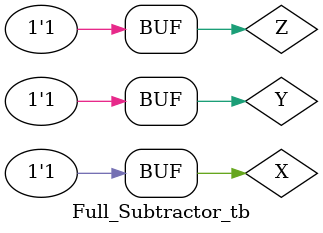
<source format=sv>
`timescale 1ns/1ns
module Full_Subtractor_tb;
  wire D, B;
  reg X, Y, Z;
  Full_Subtractor UUT (D, B, X, Y, Z);
  initial begin
    X = 0; Y = 0; Z = 0;
    #1  X = 0; Y = 0; Z = 1;
    #1  X = 0; Y = 1; Z = 0;
    #1  X = 0; Y = 1; Z = 1;
    #1  X = 1; Y = 0; Z = 0;
    #1  X = 1; Y = 0; Z = 1;
    #1  X = 1; Y = 1; Z = 0;
    #1  X = 1; Y = 1; Z = 1; 
  end
  initial begin
    $monitor ("%t, X = %d| Y = %d| Z = %d| B = %d| D = %d", $time, X, Y, Z, B, D);
    $dumpfile("dump.vcd");
    $dumpvars();
  end
endmodule
</source>
